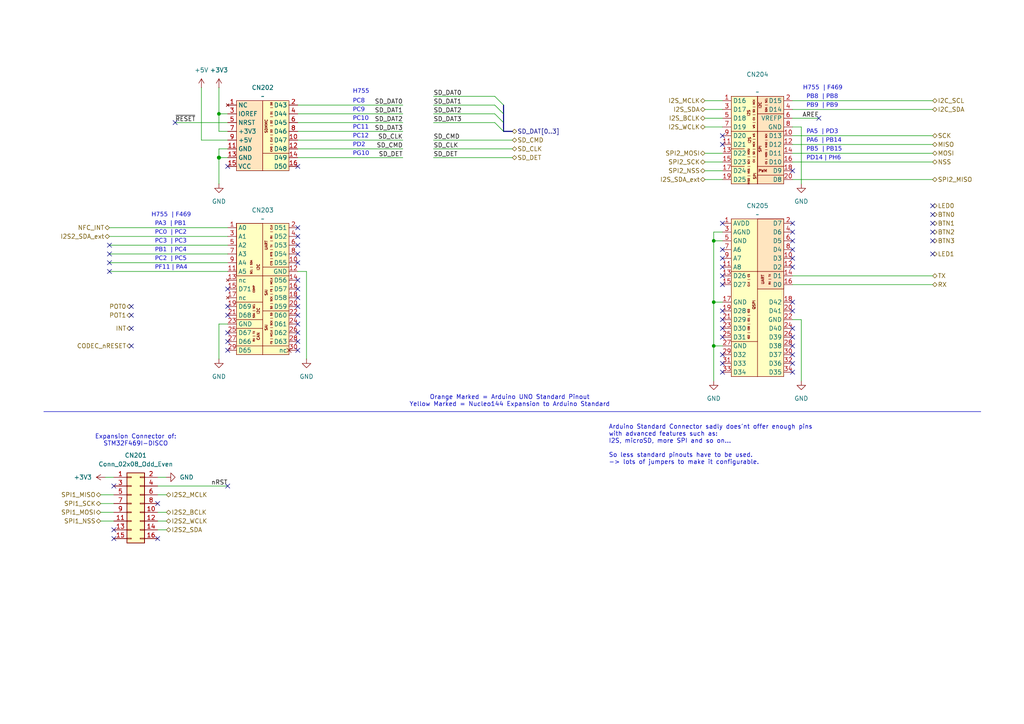
<source format=kicad_sch>
(kicad_sch (version 20250114) (generator "eeschema") (generator_version "9.0")
  (paper "A4")
  (lib_symbols
    (symbol "+3V3_1" (power) (pin_numbers (hide yes)) (pin_names (offset 0) (hide yes))
      (property "Value" "+3V3" (at 0 3.556 0))
      (symbol "+3V3_1_0_1"
        (polyline (pts (xy -0.762 1.27) (xy 0 2.54)))
        (polyline (pts (xy 0 2.54) (xy 0.762 1.27)))
        (polyline (pts (xy 0 0) (xy 0 2.54)))
      )
      (symbol "+3V3_1_1_1"
        (pin power_in line (at 0 0 90) (length 0) (name "~") (number "1"))
      )
    )
    (symbol "Connector_Generic:Conn_02x08_Odd_Even" (pin_names (offset 1.016) (hide yes))
      (property "Reference" "J" (at 1.27 10.16 0))
      (property "Value" "Conn_02x08_Odd_Even" (at 1.27 -12.7 0))
      (symbol "Conn_02x08_Odd_Even_1_1"
        (rectangle (start -1.27 8.89) (end 3.81 -11.43) (stroke (width 0.254)) (fill (type background)))
        (rectangle (start -1.27 7.747) (end 0 7.493) (stroke (width 0.1524)))
        (rectangle (start -1.27 5.207) (end 0 4.953) (stroke (width 0.1524)))
        (rectangle (start -1.27 2.667) (end 0 2.413) (stroke (width 0.1524)))
        (rectangle (start -1.27 0.127) (end 0 -0.127) (stroke (width 0.1524)))
        (rectangle (start -1.27 -2.413) (end 0 -2.667) (stroke (width 0.1524)))
        (rectangle (start -1.27 -4.953) (end 0 -5.207) (stroke (width 0.1524)))
        (rectangle (start -1.27 -7.493) (end 0 -7.747) (stroke (width 0.1524)))
        (rectangle (start -1.27 -10.033) (end 0 -10.287) (stroke (width 0.1524)))
        (rectangle (start 3.81 7.747) (end 2.54 7.493) (stroke (width 0.1524)))
        (rectangle (start 3.81 5.207) (end 2.54 4.953) (stroke (width 0.1524)))
        (rectangle (start 3.81 2.667) (end 2.54 2.413) (stroke (width 0.1524)))
        (rectangle (start 3.81 0.127) (end 2.54 -0.127) (stroke (width 0.1524)))
        (rectangle (start 3.81 -2.413) (end 2.54 -2.667) (stroke (width 0.1524)))
        (rectangle (start 3.81 -4.953) (end 2.54 -5.207) (stroke (width 0.1524)))
        (rectangle (start 3.81 -7.493) (end 2.54 -7.747) (stroke (width 0.1524)))
        (rectangle (start 3.81 -10.033) (end 2.54 -10.287) (stroke (width 0.1524)))
        (pin passive line (at -5.08 7.62 0) (length 3.81) (name "Pin_1") (number "1"))
        (pin passive line (at -5.08 5.08 0) (length 3.81) (name "Pin_3") (number "3"))
        (pin passive line (at -5.08 2.54 0) (length 3.81) (name "Pin_5") (number "5"))
        (pin passive line (at -5.08 0 0) (length 3.81) (name "Pin_7") (number "7"))
        (pin passive line (at -5.08 -2.54 0) (length 3.81) (name "Pin_9") (number "9"))
        (pin passive line (at -5.08 -5.08 0) (length 3.81) (name "Pin_11") (number "11"))
        (pin passive line (at -5.08 -7.62 0) (length 3.81) (name "Pin_13") (number "13"))
        (pin passive line (at -5.08 -10.16 0) (length 3.81) (name "Pin_15") (number "15"))
        (pin passive line (at 7.62 7.62 180) (length 3.81) (name "Pin_2") (number "2"))
        (pin passive line (at 7.62 5.08 180) (length 3.81) (name "Pin_4") (number "4"))
        (pin passive line (at 7.62 2.54 180) (length 3.81) (name "Pin_6") (number "6"))
        (pin passive line (at 7.62 0 180) (length 3.81) (name "Pin_8") (number "8"))
        (pin passive line (at 7.62 -2.54 180) (length 3.81) (name "Pin_10") (number "10"))
        (pin passive line (at 7.62 -5.08 180) (length 3.81) (name "Pin_12") (number "12"))
        (pin passive line (at 7.62 -7.62 180) (length 3.81) (name "Pin_14") (number "14"))
        (pin passive line (at 7.62 -10.16 180) (length 3.81) (name "Pin_16") (number "16"))
      )
    )
    (symbol "GND_1" (power) (pin_numbers (hide yes)) (pin_names (offset 0) (hide yes))
      (property "Value" "GND" (at 0 -3.81 0))
      (symbol "GND_1_0_1"
        (polyline (pts (xy 0 0) (xy 0 -1.27) (xy 1.27 -1.27) (xy 0 -2.54) (xy -1.27 -1.27) (xy 0 -1.27)))
      )
      (symbol "GND_1_1_1"
        (pin power_in line (at 0 0 270) (length 0) (name "~") (number "1"))
      )
    )
    (symbol "myParts:NUCLEO_144_Analog+"
      (property "Reference" "CN" (at 7.62 1.27 0))
      (symbol "NUCLEO_144_Analog+_1_1"
        (rectangle (start 0 0) (end 7.62 -15.24) (fill (type color) (color 255 229 191 1)))
        (rectangle (start 0 0) (end 15.24 -38.1) (fill (type background)))
        (polyline (pts (xy 7.62 -15.24) (xy 7.62 -38.1)))
        (polyline (pts (xy 7.62 -22.86) (xy 0 -22.86)))
        (polyline (pts (xy 7.62 -27.94) (xy 0 -27.94)))
        (polyline (pts (xy 7.62 -30.48) (xy 0 -30.48)))
        (polyline (pts (xy 7.62 -35.56) (xy 0 -35.56)))
        (polyline (pts (xy 15.24 -12.7) (xy 7.62 -12.7)))
        (polyline (pts (xy 15.24 -15.24) (xy 7.62 -15.24)))
        (polyline (pts (xy 15.24 -25.4) (xy 7.62 -25.4)))
        (polyline (pts (xy 15.24 -35.56) (xy 7.62 -35.56)))
        (text "SCL | SDA" (at 4.318 -12.7 900) (effects (font (size 0.508 0.508))))
        (text "COMP" (at 5.08 -19.05 900) (effects (font (size 0.508 0.508))))
        (text "SDA | SCL" (at 5.08 -25.4 900) (effects (font (size 0.508 0.508))))
        (text "RX | TX" (at 5.08 -32.766 900) (effects (font (size 0.508 0.508))))
        (text "I2C" (at 6.35 -12.7 900) (effects (font (size 0.762 0.762))))
        (text "I2C" (at 6.35 -25.4 900) (effects (font (size 0.762 0.762))))
        (text "CAN\n" (at 6.35 -32.766 900) (effects (font (size 0.762 0.762))))
        (text "UART" (at 8.636 -6.35 900) (effects (font (size 0.762 0.762))))
        (text "SAI" (at 8.636 -20.066 900) (effects (font (size 0.762 0.762))))
        (text "SAI" (at 8.636 -30.226 900) (effects (font (size 0.762 0.762))))
        (text "CTS | RTS | TX  | RX  | CLK\n" (at 10.16 -6.35 900) (effects (font (size 0.508 0.508))))
        (text "SD | SCK | FS | MCLK" (at 10.16 -20.32 900) (effects (font (size 0.508 0.508))))
        (text "FS | MCLK | SCK | SD" (at 10.16 -30.48 900) (effects (font (size 0.508 0.508))))
        (pin bidirectional line (at -2.54 -1.27 0) (length 2.54) (name "A0") (number "1"))
        (pin bidirectional line (at -2.54 -3.81 0) (length 2.54) (name "A1") (number "3"))
        (pin bidirectional line (at -2.54 -6.35 0) (length 2.54) (name "A2") (number "5"))
        (pin bidirectional line (at -2.54 -8.89 0) (length 2.54) (name "A3") (number "7"))
        (pin bidirectional line (at -2.54 -11.43 0) (length 2.54) (name "A4") (number "9"))
        (pin bidirectional line (at -2.54 -13.97 0) (length 2.54) (name "A5") (number "11"))
        (pin no_connect line (at -2.54 -16.51 0) (length 2.54) (name "nc") (number "13"))
        (pin bidirectional line (at -2.54 -19.05 0) (length 2.54) (name "D71") (number "15"))
        (pin no_connect line (at -2.54 -21.59 0) (length 2.54) (name "nc") (number "17"))
        (pin bidirectional line (at -2.54 -24.13 0) (length 2.54) (name "D69") (number "19"))
        (pin bidirectional line (at -2.54 -26.67 0) (length 2.54) (name "D68") (number "21"))
        (pin passive line (at -2.54 -29.21 0) (length 2.54) (name "GND") (number "23"))
        (pin bidirectional line (at -2.54 -31.75 0) (length 2.54) (name "D67") (number "25"))
        (pin bidirectional line (at -2.54 -34.29 0) (length 2.54) (name "D66") (number "27"))
        (pin bidirectional line (at -2.54 -36.83 0) (length 2.54) (name "D65") (number "29"))
        (pin bidirectional line (at 17.78 -1.27 180) (length 2.54) (name "D51") (number "2"))
        (pin bidirectional line (at 17.78 -3.81 180) (length 2.54) (name "D52") (number "4"))
        (pin bidirectional line (at 17.78 -6.35 180) (length 2.54) (name "D53") (number "6"))
        (pin bidirectional line (at 17.78 -8.89 180) (length 2.54) (name "D54") (number "8"))
        (pin bidirectional line (at 17.78 -11.43 180) (length 2.54) (name "D55") (number "10"))
        (pin passive line (at 17.78 -13.97 180) (length 2.54) (name "GND") (number "12"))
        (pin bidirectional line (at 17.78 -16.51 180) (length 2.54) (name "D56") (number "14"))
        (pin bidirectional line (at 17.78 -19.05 180) (length 2.54) (name "D57") (number "16"))
        (pin bidirectional line (at 17.78 -21.59 180) (length 2.54) (name "D58") (number "18"))
        (pin bidirectional line (at 17.78 -24.13 180) (length 2.54) (name "D59") (number "20"))
        (pin bidirectional line (at 17.78 -26.67 180) (length 2.54) (name "D60") (number "22"))
        (pin bidirectional line (at 17.78 -29.21 180) (length 2.54) (name "D61") (number "24"))
        (pin bidirectional line (at 17.78 -31.75 180) (length 2.54) (name "D62") (number "26"))
        (pin bidirectional line (at 17.78 -34.29 180) (length 2.54) (name "D63") (number "28"))
        (pin bidirectional non_logic (at 17.78 -36.83 180) (length 2.54) (name "nc") (number "30"))
      )
    )
    (symbol "myParts:NUCLEO_144_GPIO+"
      (property "Reference" "CN" (at 7.62 1.27 0))
      (symbol "NUCLEO_144_GPIO+_1_1"
        (rectangle (start 0 0) (end 15.24 -45.72) (fill (type background)))
        (polyline (pts (xy 0 -15.24) (xy 0 -15.24)))
        (polyline (pts (xy 0 -35.56) (xy 7.62 -35.56)))
        (rectangle (start 7.62 0) (end 15.24 -20.32) (fill (type color) (color 255 229 191 1)))
        (polyline (pts (xy 7.62 -15.24) (xy 0 -15.24)))
        (polyline (pts (xy 7.62 -20.32) (xy 7.62 -45.72)))
        (polyline (pts (xy 15.24 -15.24) (xy 7.62 -15.24)))
        (text "CLK | CS" (at 5.08 -17.78 900) (effects (font (size 0.508 0.508))))
        (text "IO2 | IO0 | IO1 | IO3" (at 5.08 -30.48 900) (effects (font (size 0.508 0.508))))
        (text "QSPI" (at 6.604 -24.892 900) (effects (font (size 0.762 0.762))))
        (text "UART" (at 9.144 -17.526 900) (effects (font (size 0.762 0.762))))
        (text "RX | TX" (at 11.176 -17.526 900) (effects (font (size 0.508 0.508))))
        (pin passive line (at -2.54 -1.27 0) (length 2.54) (name "AVDD") (number "1"))
        (pin passive line (at -2.54 -3.81 0) (length 2.54) (name "AGND") (number "3"))
        (pin passive line (at -2.54 -6.35 0) (length 2.54) (name "GND") (number "5"))
        (pin bidirectional line (at -2.54 -8.89 0) (length 2.54) (name "A6") (number "7"))
        (pin bidirectional line (at -2.54 -11.43 0) (length 2.54) (name "A7") (number "9"))
        (pin bidirectional line (at -2.54 -13.97 0) (length 2.54) (name "A8") (number "11"))
        (pin bidirectional line (at -2.54 -16.51 0) (length 2.54) (name "D26") (number "13"))
        (pin bidirectional line (at -2.54 -19.05 0) (length 2.54) (name "D27") (number "15"))
        (pin passive line (at -2.54 -24.13 0) (length 2.54) (name "GND") (number "17"))
        (pin bidirectional line (at -2.54 -26.67 0) (length 2.54) (name "D28") (number "19"))
        (pin bidirectional line (at -2.54 -29.21 0) (length 2.54) (name "D29") (number "21"))
        (pin bidirectional line (at -2.54 -31.75 0) (length 2.54) (name "D30") (number "23"))
        (pin bidirectional line (at -2.54 -34.29 0) (length 2.54) (name "D31") (number "25"))
        (pin passive line (at -2.54 -36.83 0) (length 2.54) (name "GND") (number "27"))
        (pin bidirectional line (at -2.54 -39.37 0) (length 2.54) (name "D32") (number "29"))
        (pin bidirectional line (at -2.54 -41.91 0) (length 2.54) (name "D33") (number "31"))
        (pin bidirectional line (at -2.54 -44.45 0) (length 2.54) (name "D34") (number "33"))
        (pin bidirectional line (at 17.78 -1.27 180) (length 2.54) (name "D7") (number "2"))
        (pin bidirectional line (at 17.78 -3.81 180) (length 2.54) (name "D6") (number "4"))
        (pin bidirectional line (at 17.78 -6.35 180) (length 2.54) (name "D5") (number "6"))
        (pin bidirectional line (at 17.78 -8.89 180) (length 2.54) (name "D4") (number "8"))
        (pin bidirectional line (at 17.78 -11.43 180) (length 2.54) (name "D3") (number "10"))
        (pin bidirectional line (at 17.78 -13.97 180) (length 2.54) (name "D2") (number "12"))
        (pin bidirectional line (at 17.78 -16.51 180) (length 2.54) (name "D1") (number "14"))
        (pin bidirectional line (at 17.78 -19.05 180) (length 2.54) (name "D0") (number "16"))
        (pin bidirectional line (at 17.78 -24.13 180) (length 2.54) (name "D42") (number "18"))
        (pin bidirectional line (at 17.78 -26.67 180) (length 2.54) (name "D41") (number "20"))
        (pin passive line (at 17.78 -29.21 180) (length 2.54) (name "GND") (number "22"))
        (pin bidirectional line (at 17.78 -31.75 180) (length 2.54) (name "D40") (number "24"))
        (pin bidirectional line (at 17.78 -34.29 180) (length 2.54) (name "D39") (number "26"))
        (pin bidirectional line (at 17.78 -36.83 180) (length 2.54) (name "D38") (number "28"))
        (pin bidirectional line (at 17.78 -39.37 180) (length 2.54) (name "D37") (number "30"))
        (pin bidirectional line (at 17.78 -41.91 180) (length 2.54) (name "D36") (number "32"))
        (pin bidirectional line (at 17.78 -44.45 180) (length 2.54) (name "D35") (number "34"))
      )
    )
    (symbol "myParts:NUCLEO_144_Periphery+"
      (property "Reference" "CN" (at 7.62 1.27 0))
      (symbol "NUCLEO_144_Periphery+_0_1"
        (polyline (pts (xy 15.24 -5.08) (xy 7.62 -5.08)))
        (polyline (pts (xy 15.24 -10.16) (xy 7.62 -10.16)))
      )
      (symbol "NUCLEO_144_Periphery+_1_1"
        (rectangle (start 0 0) (end 7.62 -25.4) (fill (type background)))
        (polyline (pts (xy 0 -10.16) (xy 7.62 -10.16)))
        (polyline (pts (xy 0 -15.24) (xy 3.81 -15.24)))
        (polyline (pts (xy 0 -20.32) (xy 3.81 -20.32)))
        (rectangle (start 7.62 0) (end 15.24 -25.4) (fill (type color) (color 255 229 191 1)))
        (polyline (pts (xy 7.62 -20.32) (xy 15.24 -20.32)))
        (polyline (pts (xy 7.62 -22.86) (xy 15.24 -22.86)))
        (text "I2S" (at 5.08 -4.826 900) (effects (font (size 0.762 0.762))))
        (text "MISO | NSS | SCK | MOSI" (at 5.08 -20.32 900) (effects (font (size 0.508 0.508))))
        (text "I2S" (at 5.334 -12.7 900) (effects (font (size 0.762 0.762))))
        (text "WS | CK | SD | MCK" (at 6.604 -5.08 900) (effects (font (size 0.508 0.508))))
        (text "CK | SD | MCK | WS" (at 6.604 -14.986 900) (effects (font (size 0.508 0.508))))
        (text "SPI" (at 6.858 -23.114 900) (effects (font (size 0.762 0.762))))
        (text "I2C" (at 8.382 -2.54 900) (effects (font (size 0.762 0.762))))
        (text "SPI" (at 8.382 -15.24 900) (effects (font (size 0.762 0.762))))
        (text "PWM" (at 9.144 -21.59 0) (effects (font (size 0.762 0.762))))
        (text "SDA | SCL" (at 10.16 -2.54 900) (effects (font (size 0.508 0.508))))
        (text "CS | MOSI | MISO | SCK" (at 10.16 -15.24 900) (effects (font (size 0.4572 0.4572))))
        (pin bidirectional line (at -2.54 -1.27 0) (length 2.54) (name "D16") (number "1"))
        (pin bidirectional line (at -2.54 -3.81 0) (length 2.54) (name "D17") (number "3"))
        (pin bidirectional line (at -2.54 -6.35 0) (length 2.54) (name "D18") (number "5"))
        (pin bidirectional line (at -2.54 -8.89 0) (length 2.54) (name "D19") (number "7"))
        (pin bidirectional line (at -2.54 -11.43 0) (length 2.54) (name "D20") (number "9"))
        (pin bidirectional line (at -2.54 -13.97 0) (length 2.54) (name "D21") (number "11"))
        (pin bidirectional line (at -2.54 -16.51 0) (length 2.54) (name "D22") (number "13"))
        (pin bidirectional line (at -2.54 -19.05 0) (length 2.54) (name "D23") (number "15"))
        (pin bidirectional line (at -2.54 -21.59 0) (length 2.54) (name "D24") (number "17"))
        (pin bidirectional line (at -2.54 -24.13 0) (length 2.54) (name "D25") (number "19"))
        (pin bidirectional line (at 17.78 -1.27 180) (length 2.54) (name "D15") (number "2"))
        (pin bidirectional line (at 17.78 -3.81 180) (length 2.54) (name "D14") (number "4"))
        (pin passive line (at 17.78 -6.35 180) (length 2.54) (name "VREFP") (number "6"))
        (pin passive line (at 17.78 -8.89 180) (length 2.54) (name "GND") (number "8"))
        (pin bidirectional line (at 17.78 -11.43 180) (length 2.54) (name "D13") (number "10"))
        (pin bidirectional line (at 17.78 -13.97 180) (length 2.54) (name "D12") (number "12"))
        (pin bidirectional line (at 17.78 -16.51 180) (length 2.54) (name "D11") (number "14"))
        (pin bidirectional line (at 17.78 -19.05 180) (length 2.54) (name "D10") (number "16"))
        (pin bidirectional line (at 17.78 -21.59 180) (length 2.54) (name "D9") (number "18"))
        (pin bidirectional line (at 17.78 -24.13 180) (length 2.54) (name "D8") (number "20"))
      )
    )
    (symbol "myParts:NUCLEO_144_Power"
      (property "Reference" "CN" (at 7.62 1.27 0))
      (symbol "NUCLEO_144_Power_1_1"
        (rectangle (start 0 0) (end 7.62 -20.32) (fill (type color) (color 255 229 191 1)))
        (rectangle (start 7.62 0) (end 15.24 -20.32) (fill (type background)))
        (polyline (pts (xy 15.24 -15.24) (xy 7.62 -15.24)))
        (text "SDMMC" (at 8.636 -7.366 900) (effects (font (size 0.762 0.762))))
        (text "CMD | CLK | D3  | D2  | D1  | D0" (at 10.16 -7.62 900) (effects (font (size 0.508 0.508))))
        (pin no_connect line (at -2.54 -1.27 0) (length 2.54) (name "NC") (number "1"))
        (pin passive line (at -2.54 -3.81 0) (length 2.54) (name "IOREF") (number "3"))
        (pin input line (at -2.54 -6.35 0) (length 2.54) (name "NRST") (number "5"))
        (pin passive line (at -2.54 -8.89 0) (length 2.54) (name "+3V3") (number "7"))
        (pin passive line (at -2.54 -11.43 0) (length 2.54) (name "+5V") (number "9"))
        (pin passive line (at -2.54 -13.97 0) (length 2.54) (name "GND") (number "11"))
        (pin passive line (at -2.54 -16.51 0) (length 2.54) (name "GND") (number "13"))
        (pin passive line (at -2.54 -19.05 0) (length 2.54) (name "VCC") (number "15"))
        (pin bidirectional line (at 17.78 -1.27 180) (length 2.54) (name "D43") (number "2"))
        (pin bidirectional line (at 17.78 -3.81 180) (length 2.54) (name "D44") (number "4"))
        (pin bidirectional line (at 17.78 -6.35 180) (length 2.54) (name "D45") (number "6"))
        (pin bidirectional line (at 17.78 -8.89 180) (length 2.54) (name "D46") (number "8"))
        (pin bidirectional line (at 17.78 -11.43 180) (length 2.54) (name "D47") (number "10"))
        (pin bidirectional line (at 17.78 -13.97 180) (length 2.54) (name "D48") (number "12"))
        (pin bidirectional line (at 17.78 -16.51 180) (length 2.54) (name "D49") (number "14"))
        (pin bidirectional line (at 17.78 -19.05 180) (length 2.54) (name "D50") (number "16"))
      )
    )
    (symbol "power:+5V" (power) (pin_numbers (hide yes)) (pin_names (offset 0) (hide yes))
      (property "Value" "+5V" (at 0 3.556 0))
      (symbol "+5V_0_1"
        (polyline (pts (xy -0.762 1.27) (xy 0 2.54)))
        (polyline (pts (xy 0 2.54) (xy 0.762 1.27)))
        (polyline (pts (xy 0 0) (xy 0 2.54)))
      )
      (symbol "+5V_1_1"
        (pin power_in line (at 0 0 90) (length 0) (name "~") (number "1"))
      )
    )
  )
  (text "H755  | F469" (at 43.942 63.5 0) (effects (font (size 1.27 1.27)) (justify left bottom)))
  (text "PD2" (at 102.362 43.18 0) (effects (font (size 1.27 1.27)) (justify left bottom)))
  (text "PB9  | PB9" (at 233.934 31.75 0) (effects (font (size 1.27 1.27)) (justify left bottom)))
  (text "PC3  | PC3" (at 44.958 71.12 0) (effects (font (size 1.27 1.27)) (justify left bottom)))
  (text "PC9" (at 102.362 33.02 0) (effects (font (size 1.27 1.27)) (justify left bottom)))
  (text "PC0  | PC2" (at 44.958 68.58 0) (effects (font (size 1.27 1.27)) (justify left bottom)))
  (text "PD14 | PH6" (at 233.934 46.99 0) (effects (font (size 1.27 1.27)) (justify left bottom)))
  (text "PC8" (at 102.362 30.48 0) (effects (font (size 1.27 1.27)) (justify left bottom)))
  (text "PB1  | PC4" (at 44.958 73.66 0) (effects (font (size 1.27 1.27)) (justify left bottom)))
  (text "PA5  | PD3" (at 233.934 39.37 0) (effects (font (size 1.27 1.27)) (justify left bottom)))
  (text "PC10" (at 102.362 35.56 0) (effects (font (size 1.27 1.27)) (justify left bottom)))
  (text "PA3  | PB1" (at 44.958 66.04 0) (effects (font (size 1.27 1.27)) (justify left bottom)))
  (text "Expansion Connector of:\nSTM32F469I-DISCO\n" (at 39.37 127.762 0) (effects (font (size 1.27 1.27))))
  (text "PC2  | PC5" (at 44.958 76.2 0) (effects (font (size 1.27 1.27)) (justify left bottom)))
  (text "PC12" (at 102.362 40.64 0) (effects (font (size 1.27 1.27)) (justify left bottom)))
  (text "PF11 | PA4" (at 44.958 78.74 0) (effects (font (size 1.27 1.27)) (justify left bottom)))
  (text "PB5  | PB15" (at 233.934 44.45 0) (effects (font (size 1.27 1.27)) (justify left bottom)))
  (text "Orange Marked = Arduino UNO Standard Pinout\nYellow Marked = Nucleo144 Expansion to Arduino Standard" (at 147.828 116.332 0) (effects (font (size 1.27 1.27))))
  (text "PB8  | PB8" (at 233.934 29.21 0) (effects (font (size 1.27 1.27)) (justify left bottom)))
  (text "H755" (at 102.362 27.686 0) (effects (font (size 1.27 1.27)) (justify left bottom)))
  (text "PA6  | PB14" (at 233.934 41.91 0) (effects (font (size 1.27 1.27)) (justify left bottom)))
  (text "Arduino Standard Connector sadly does'nt offer enough pins\nwith advanced features such as:\nI2S, microSD, more SPI and so on...\n\nSo less standard pinouts have to be used.\n-> lots of jumpers to make it configurable." (at 176.53 129.032 0) (effects (font (size 1.27 1.27)) (justify left)))
  (text "PG10" (at 102.362 45.72 0) (effects (font (size 1.27 1.27)) (justify left bottom)))
  (text "H755  | F469" (at 232.918 26.67 0) (effects (font (size 1.27 1.27)) (justify left bottom)))
  (text "PC11" (at 102.362 38.1 0) (effects (font (size 1.27 1.27)) (justify left bottom)))
  (junction (at 207.01 87.63))
  (junction (at 207.01 100.33))
  (junction (at 63.5 45.72) (diameter 1.016))
  (junction (at 63.5 33.02))
  (junction (at 207.01 69.85))
  (no_connect (at 86.36 101.6))
  (no_connect (at 86.36 76.2))
  (no_connect (at 229.87 100.33))
  (no_connect (at 229.87 105.41))
  (no_connect (at 45.72 146.05))
  (no_connect (at 38.1 95.25))
  (no_connect (at 270.51 64.77))
  (no_connect (at 86.36 66.04))
  (no_connect (at 209.55 41.91))
  (no_connect (at 209.55 95.25))
  (no_connect (at 38.1 91.44))
  (no_connect (at 38.1 88.9))
  (no_connect (at 33.02 156.21))
  (no_connect (at 229.87 77.47))
  (no_connect (at 229.87 102.87))
  (no_connect (at 33.02 153.67))
  (no_connect (at 86.36 88.9))
  (no_connect (at 229.87 74.93))
  (no_connect (at 66.04 83.82))
  (no_connect (at 209.55 107.95))
  (no_connect (at 66.04 88.9))
  (no_connect (at 209.55 72.39))
  (no_connect (at 31.75 76.2))
  (no_connect (at 209.55 105.41))
  (no_connect (at 50.8 35.56))
  (no_connect (at 229.87 72.39))
  (no_connect (at 229.87 87.63))
  (no_connect (at 86.36 68.58))
  (no_connect (at 229.87 67.31))
  (no_connect (at 86.36 71.12))
  (no_connect (at 209.55 82.55))
  (no_connect (at 270.51 59.69))
  (no_connect (at 45.72 156.21))
  (no_connect (at 229.87 49.53))
  (no_connect (at 66.04 140.97))
  (no_connect (at 86.36 96.52))
  (no_connect (at 66.04 91.44))
  (no_connect (at 86.36 73.66))
  (no_connect (at 31.75 78.74))
  (no_connect (at 86.36 99.06))
  (no_connect (at 86.36 81.28))
  (no_connect (at 209.55 77.47))
  (no_connect (at 33.02 140.97))
  (no_connect (at 31.75 73.66))
  (no_connect (at 66.04 99.06))
  (no_connect (at 66.04 96.52))
  (no_connect (at 270.51 73.66))
  (no_connect (at 229.87 69.85))
  (no_connect (at 38.1 100.33))
  (no_connect (at 86.36 83.82))
  (no_connect (at 86.36 86.36))
  (no_connect (at 237.49 34.29))
  (no_connect (at 229.87 107.95))
  (no_connect (at 209.55 64.77))
  (no_connect (at 86.36 91.44))
  (no_connect (at 209.55 102.87))
  (no_connect (at 66.04 101.6))
  (no_connect (at 209.55 92.71))
  (no_connect (at 229.87 95.25))
  (no_connect (at 86.36 93.98))
  (no_connect (at 209.55 80.01))
  (no_connect (at 229.87 64.77))
  (no_connect (at 86.36 48.26))
  (no_connect (at 209.55 39.37))
  (no_connect (at 209.55 90.17))
  (no_connect (at 31.75 71.12))
  (no_connect (at 270.51 69.85))
  (no_connect (at 229.87 97.79))
  (no_connect (at 229.87 90.17))
  (no_connect (at 209.55 97.79))
  (no_connect (at 209.55 74.93))
  (no_connect (at 66.04 48.26))
  (no_connect (at 270.51 62.23))
  (no_connect (at 270.51 67.31))
  (bus_entry (at 143.51 35.56) (size 2.54 2.54))
  (bus_entry (at 143.51 33.02) (size 2.54 2.54))
  (bus_entry (at 143.51 30.48) (size 2.54 2.54))
  (bus_entry (at 143.51 27.94) (size 2.54 2.54))
  (wire (pts (xy 29.21 151.13) (xy 33.02 151.13)))
  (wire (pts (xy 58.42 40.64) (xy 66.04 40.64)))
  (wire (pts (xy 125.73 43.18) (xy 148.59 43.18)))
  (wire (pts (xy 45.72 153.67) (xy 48.26 153.67)))
  (wire (pts (xy 204.47 44.45) (xy 209.55 44.45)))
  (wire (pts (xy 204.47 34.29) (xy 209.55 34.29)))
  (wire (pts (xy 125.73 30.48) (xy 143.51 30.48)))
  (wire (pts (xy 31.75 78.74) (xy 66.04 78.74)))
  (wire (pts (xy 45.72 143.51) (xy 48.26 143.51)))
  (wire (pts (xy 125.73 33.02) (xy 143.51 33.02)))
  (wire (pts (xy 229.87 31.75) (xy 270.51 31.75)))
  (wire (pts (xy 86.36 33.02) (xy 116.84 33.02)))
  (wire (pts (xy 88.9 78.74) (xy 86.36 78.74)))
  (wire (pts (xy 86.36 38.1) (xy 116.84 38.1)))
  (wire (pts (xy 63.5 25.4) (xy 63.5 33.02)))
  (wire (pts (xy 232.41 36.83) (xy 232.41 53.34)))
  (wire (pts (xy 209.55 67.31) (xy 207.01 67.31)))
  (wire (pts (xy 88.9 104.14) (xy 88.9 78.74)))
  (wire (pts (xy 204.47 36.83) (xy 209.55 36.83)))
  (wire (pts (xy 207.01 100.33) (xy 209.55 100.33)))
  (wire (pts (xy 63.5 93.98) (xy 63.5 104.14)))
  (wire (pts (xy 66.04 45.72) (xy 63.5 45.72)))
  (wire (pts (xy 207.01 100.33) (xy 207.01 110.49)))
  (wire (pts (xy 86.36 40.64) (xy 116.84 40.64)))
  (wire (pts (xy 229.87 92.71) (xy 232.41 92.71)))
  (bus (pts (xy 146.05 33.02) (xy 146.05 35.56)))
  (wire (pts (xy 232.41 92.71) (xy 232.41 110.49)))
  (wire (pts (xy 204.47 46.99) (xy 209.55 46.99)))
  (wire (pts (xy 29.21 148.59) (xy 33.02 148.59)))
  (wire (pts (xy 207.01 87.63) (xy 209.55 87.63)))
  (wire (pts (xy 50.8 35.56) (xy 66.04 35.56)))
  (wire (pts (xy 229.87 41.91) (xy 270.51 41.91)))
  (wire (pts (xy 45.72 140.97) (xy 66.04 140.97)))
  (wire (pts (xy 31.75 73.66) (xy 66.04 73.66)))
  (wire (pts (xy 30.48 138.43) (xy 33.02 138.43)))
  (wire (pts (xy 229.87 39.37) (xy 270.51 39.37)))
  (wire (pts (xy 86.36 45.72) (xy 116.84 45.72)))
  (wire (pts (xy 207.01 67.31) (xy 207.01 69.85)))
  (bus (pts (xy 146.05 35.56) (xy 146.05 38.1)))
  (wire (pts (xy 29.21 143.51) (xy 33.02 143.51)))
  (wire (pts (xy 63.5 33.02) (xy 63.5 38.1)))
  (wire (pts (xy 125.73 45.72) (xy 148.59 45.72)))
  (wire (pts (xy 229.87 82.55) (xy 270.51 82.55)))
  (wire (pts (xy 86.36 30.48) (xy 116.84 30.48)))
  (wire (pts (xy 204.47 31.75) (xy 209.55 31.75)))
  (wire (pts (xy 58.42 25.4) (xy 58.42 40.64)))
  (wire (pts (xy 66.04 43.18) (xy 63.5 43.18)))
  (wire (pts (xy 63.5 43.18) (xy 63.5 45.72)))
  (wire (pts (xy 204.47 29.21) (xy 209.55 29.21)))
  (wire (pts (xy 125.73 40.64) (xy 148.59 40.64)))
  (wire (pts (xy 229.87 36.83) (xy 232.41 36.83)))
  (wire (pts (xy 86.36 35.56) (xy 116.84 35.56)))
  (wire (pts (xy 207.01 69.85) (xy 209.55 69.85)))
  (wire (pts (xy 229.87 29.21) (xy 270.51 29.21)))
  (wire (pts (xy 31.75 76.2) (xy 66.04 76.2)))
  (wire (pts (xy 229.87 52.07) (xy 270.51 52.07)))
  (wire (pts (xy 31.75 71.12) (xy 66.04 71.12)))
  (wire (pts (xy 63.5 45.72) (xy 63.5 53.34)))
  (wire (pts (xy 229.87 34.29) (xy 237.49 34.29)))
  (wire (pts (xy 204.47 52.07) (xy 209.55 52.07)))
  (wire (pts (xy 86.36 43.18) (xy 116.84 43.18)))
  (wire (pts (xy 29.21 146.05) (xy 33.02 146.05)))
  (wire (pts (xy 31.75 66.04) (xy 66.04 66.04)))
  (bus (pts (xy 146.05 38.1) (xy 148.59 38.1)))
  (wire (pts (xy 207.01 87.63) (xy 207.01 100.33)))
  (wire (pts (xy 229.87 80.01) (xy 270.51 80.01)))
  (wire (pts (xy 125.73 27.94) (xy 143.51 27.94)))
  (wire (pts (xy 125.73 35.56) (xy 143.51 35.56)))
  (wire (pts (xy 229.87 44.45) (xy 270.51 44.45)))
  (wire (pts (xy 204.47 49.53) (xy 209.55 49.53)))
  (wire (pts (xy 207.01 69.85) (xy 207.01 87.63)))
  (wire (pts (xy 45.72 151.13) (xy 48.26 151.13)))
  (wire (pts (xy 63.5 38.1) (xy 66.04 38.1)))
  (wire (pts (xy 66.04 93.98) (xy 63.5 93.98)))
  (wire (pts (xy 31.75 68.58) (xy 66.04 68.58)))
  (polyline (pts (xy 12.7 119.38) (xy 284.48 119.38)))
  (bus (pts (xy 146.05 30.48) (xy 146.05 33.02)))
  (wire (pts (xy 229.87 46.99) (xy 270.51 46.99)))
  (wire (pts (xy 63.5 33.02) (xy 66.04 33.02)))
  (wire (pts (xy 45.72 148.59) (xy 48.26 148.59)))
  (wire (pts (xy 45.72 138.43) (xy 48.26 138.43)))
  (label "SD_DAT1" (at 116.84 33.02 180))
  (label "SD_DAT3" (at 125.73 35.56 0))
  (label "SD_DAT2" (at 116.84 35.56 180))
  (label "SD_CMD" (at 125.73 40.64 0))
  (label "SD_CMD" (at 116.84 43.18 180))
  (label "SD_DAT0" (at 125.73 27.94 0))
  (label "SD_CLK" (at 116.84 40.64 180))
  (label "~{RESET}" (at 50.8 35.56 0))
  (label "SD_DET" (at 116.84 45.72 180))
  (label "SD_DAT3" (at 116.84 38.1 180))
  (label "nRST" (at 66.04 140.97 180))
  (label "AREF" (at 237.49 34.29 180))
  (label "SD_DET" (at 125.73 45.72 0))
  (label "SD_DAT2" (at 125.73 33.02 0))
  (label "SD_CLK" (at 125.73 43.18 0))
  (label "SD_DAT0" (at 116.84 30.48 180))
  (label "SD_DAT1" (at 125.73 30.48 0))
  (hierarchical_label "I2S2_MCLK" (shape bidirectional) (at 48.26 143.51 0))
  (hierarchical_label "SPI1_MOSI" (shape bidirectional) (at 29.21 148.59 180))
  (hierarchical_label "I2S2_SDA_ext" (shape bidirectional) (at 31.75 68.58 180))
  (hierarchical_label "NSS" (shape bidirectional) (at 270.51 46.99 0))
  (hierarchical_label "POT0" (shape bidirectional) (at 38.1 88.9 180))
  (hierarchical_label "LED0" (shape bidirectional) (at 270.51 59.69 0))
  (hierarchical_label "SD_CLK" (shape bidirectional) (at 148.59 43.18 0))
  (hierarchical_label "BTN3" (shape bidirectional) (at 270.51 69.85 0))
  (hierarchical_label "I2S_MCLK" (shape bidirectional) (at 204.47 29.21 180))
  (hierarchical_label "SPI2_NSS" (shape bidirectional) (at 204.47 49.53 180))
  (hierarchical_label "SPI1_NSS" (shape bidirectional) (at 29.21 151.13 180))
  (hierarchical_label "SPI2_SCK" (shape bidirectional) (at 204.47 46.99 180))
  (hierarchical_label "NFC_INT" (shape bidirectional) (at 31.75 66.04 180))
  (hierarchical_label "SD_DET" (shape bidirectional) (at 148.59 45.72 0))
  (hierarchical_label "BTN1" (shape bidirectional) (at 270.51 64.77 0))
  (hierarchical_label "RX" (shape bidirectional) (at 270.51 82.55 0))
  (hierarchical_label "TX" (shape bidirectional) (at 270.51 80.01 0))
  (hierarchical_label "POT1" (shape bidirectional) (at 38.1 91.44 180))
  (hierarchical_label "I2C_SCL" (shape bidirectional) (at 270.51 29.21 0))
  (hierarchical_label "INT" (shape bidirectional) (at 38.1 95.25 180))
  (hierarchical_label "SPI1_MISO" (shape bidirectional) (at 29.21 143.51 180))
  (hierarchical_label "I2S2_WCLK" (shape bidirectional) (at 48.26 151.13 0))
  (hierarchical_label "SCK" (shape bidirectional) (at 270.51 39.37 0))
  (hierarchical_label "I2S2_BCLK" (shape bidirectional) (at 48.26 148.59 0))
  (hierarchical_label "I2S_BCLK" (shape bidirectional) (at 204.47 34.29 180))
  (hierarchical_label "I2S_SDA" (shape bidirectional) (at 204.47 31.75 180))
  (hierarchical_label "MISO" (shape bidirectional) (at 270.51 41.91 0))
  (hierarchical_label "MOSI" (shape bidirectional) (at 270.51 44.45 0))
  (hierarchical_label "I2S_SDA_ext" (shape bidirectional) (at 204.47 52.07 180))
  (hierarchical_label "CODEC_nRESET" (shape bidirectional) (at 38.1 100.33 180))
  (hierarchical_label "SPI2_MOSI" (shape bidirectional) (at 204.47 44.45 180))
  (hierarchical_label "I2S_WCLK" (shape bidirectional) (at 204.47 36.83 180))
  (hierarchical_label "I2C_SDA" (shape bidirectional) (at 270.51 31.75 0))
  (hierarchical_label "I2S2_SDA" (shape bidirectional) (at 48.26 153.67 0))
  (hierarchical_label "SD_CMD" (shape bidirectional) (at 148.59 40.64 0))
  (hierarchical_label "SPI1_SCK" (shape bidirectional) (at 29.21 146.05 180))
  (hierarchical_label "SPI2_MISO" (shape bidirectional) (at 270.51 52.07 0))
  (hierarchical_label "BTN2" (shape bidirectional) (at 270.51 67.31 0))
  (hierarchical_label "BTN0" (shape bidirectional) (at 270.51 62.23 0))
  (hierarchical_label "SD_DAT[0..3]" (shape bidirectional) (at 148.59 38.1 0))
  (hierarchical_label "LED1" (shape bidirectional) (at 270.51 73.66 0))
  (symbol (lib_id "myParts:NUCLEO_144_Power") (at 68.58 29.21 0) (unit 1)
    (property "Reference" "CN202" (at 76.2 25.4 0))
    (property "Value" "~" (at 76.2 27.94 0))
    (property "Footprint" "Connector_PinSocket_2.54mm:PinSocket_2x08_P2.54mm_Vertical" (effects (hide yes)))
  )
  (symbol (lib_name "GND_1") (lib_id "power:GND") (at 88.9 104.14 0) (unit 1)
    (property "Reference" "#PWR0208" (effects (hide yes)))
    (property "Value" "GND" (at 88.9 109.22 0))
    (property "Description" "Power symbol creates a global label with name \"GND\" , ground" (effects (hide yes)))
  )
  (symbol (lib_id "myParts:NUCLEO_144_Analog+") (at 68.58 64.77 0) (unit 1)
    (property "Reference" "CN203" (at 76.2 60.96 0))
    (property "Value" "~" (at 76.2 63.5 0))
    (property "Footprint" "Connector_PinSocket_2.54mm:PinSocket_2x15_P2.54mm_Vertical" (effects (hide yes)))
  )
  (symbol (lib_name "GND_1") (lib_id "power:GND") (at 48.26 138.43 90) (unit 1)
    (property "Reference" "#PWR0202" (effects (hide yes)))
    (property "Value" "GND" (at 52.07 138.4299 90) (effects (justify right)))
    (property "Description" "Power symbol creates a global label with name \"GND\" , ground" (effects (hide yes)))
  )
  (symbol (lib_id "myParts:NUCLEO_144_GPIO+") (at 212.09 63.5 0) (unit 1)
    (property "Reference" "CN205" (at 219.71 59.69 0))
    (property "Value" "~" (at 219.71 62.23 0))
    (property "Footprint" "Connector_PinSocket_2.54mm:PinSocket_2x17_P2.54mm_Vertical" (effects (hide yes)))
  )
  (symbol (lib_name "GND_1") (lib_id "power:GND") (at 63.5 104.14 0) (unit 1)
    (property "Reference" "#PWR0207" (effects (hide yes)))
    (property "Value" "GND" (at 63.5 109.22 0))
    (property "Description" "Power symbol creates a global label with name \"GND\" , ground" (effects (hide yes)))
  )
  (symbol (lib_id "Connector_Generic:Conn_02x08_Odd_Even") (at 38.1 146.05 0) (unit 1)
    (property "Reference" "CN201" (at 39.37 132.08 0))
    (property "Value" "Conn_02x08_Odd_Even" (at 39.37 134.62 0))
    (property "Footprint" "Connector_PinSocket_2.54mm:PinSocket_2x08_P2.54mm_Vertical" (effects (hide yes)))
    (property "Description" "Generic connector, double row, 02x08, odd/even pin numbering scheme (row 1 odd numbers, row 2 even numbers), script generated (kicad-library-utils/schlib/autogen/connector/)" (effects (hide yes)))
  )
  (symbol (lib_name "+3V3_1") (lib_id "power:+3V3") (at 63.5 25.4 0) (mirror y) (unit 1)
    (property "Reference" "#PWR0406" (effects (hide yes)))
    (property "Value" "+3V3" (at 63.5 20.32 0))
    (property "Description" "Power symbol creates a global label with name \"+3V3\"" (effects (hide yes)))
  )
  (symbol (lib_name "+3V3_1") (lib_id "power:+3V3") (at 30.48 138.43 90) (mirror x) (unit 1)
    (property "Reference" "#PWR0407" (effects (hide yes)))
    (property "Value" "+3V3" (at 26.67 138.4299 90) (effects (justify left)))
    (property "Description" "Power symbol creates a global label with name \"+3V3\"" (effects (hide yes)))
  )
  (symbol (lib_id "power:+5V") (at 58.42 25.4 0) (unit 1)
    (property "Reference" "#PWR0204" (effects (hide yes)))
    (property "Value" "+5V" (at 58.42 20.32 0))
    (property "Description" "Power symbol creates a global label with name \"+5V\"" (effects (hide yes)))
  )
  (symbol (lib_name "GND_1") (lib_id "power:GND") (at 207.01 110.49 0) (unit 1)
    (property "Reference" "#PWR0209" (effects (hide yes)))
    (property "Value" "GND" (at 207.01 115.57 0))
    (property "Description" "Power symbol creates a global label with name \"GND\" , ground" (effects (hide yes)))
  )
  (symbol (lib_name "GND_1") (lib_id "power:GND") (at 232.41 110.49 0) (unit 1)
    (property "Reference" "#PWR0211" (effects (hide yes)))
    (property "Value" "GND" (at 232.41 115.57 0))
    (property "Description" "Power symbol creates a global label with name \"GND\" , ground" (effects (hide yes)))
  )
  (symbol (lib_id "myParts:NUCLEO_144_Periphery+") (at 212.09 27.94 0) (unit 1)
    (property "Reference" "CN204" (at 219.71 21.59 0))
    (property "Value" "~" (at 219.71 26.67 0))
    (property "Footprint" "Connector_PinSocket_2.54mm:PinSocket_2x10_P2.54mm_Vertical" (effects (hide yes)))
  )
  (symbol (lib_name "GND_1") (lib_id "power:GND") (at 63.5 53.34 0) (unit 1)
    (property "Reference" "#PWR0206" (effects (hide yes)))
    (property "Value" "GND" (at 63.5 58.42 0))
    (property "Description" "Power symbol creates a global label with name \"GND\" , ground" (effects (hide yes)))
  )
  (symbol (lib_name "GND_1") (lib_id "power:GND") (at 232.41 53.34 0) (unit 1)
    (property "Reference" "#PWR0210" (effects (hide yes)))
    (property "Value" "GND" (at 232.41 58.42 0))
    (property "Description" "Power symbol creates a global label with name \"GND\" , ground" (effects (hide yes)))
  )
)
</source>
